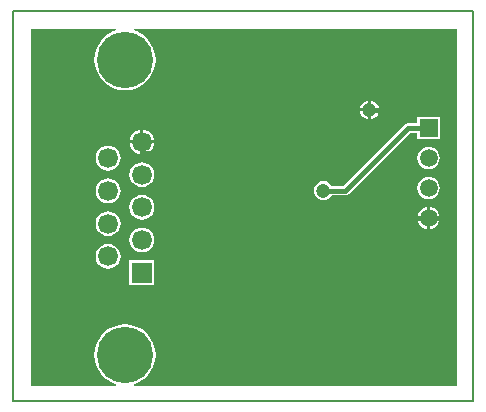
<source format=gbl>
%FSAX24Y24*%
%MOIN*%
G70*
G01*
G75*
G04 Layer_Physical_Order=2*
G04 Layer_Color=16711680*
%ADD10R,0.1181X0.0827*%
%ADD11R,0.0630X0.0315*%
%ADD12R,0.0433X0.0394*%
%ADD13R,0.0394X0.0433*%
%ADD14R,0.0118X0.0630*%
%ADD15C,0.0157*%
%ADD16C,0.0094*%
%ADD17C,0.0080*%
%ADD18C,0.0591*%
%ADD19R,0.0591X0.0591*%
%ADD20C,0.0665*%
%ADD21R,0.0665X0.0665*%
%ADD22C,0.1874*%
%ADD23C,0.0472*%
G36*
X071927Y085908D02*
X061162D01*
X061155Y085957D01*
X061257Y085988D01*
X061433Y086082D01*
X061588Y086209D01*
X061715Y086364D01*
X061809Y086541D01*
X061867Y086732D01*
X061887Y086931D01*
X061867Y087130D01*
X061809Y087322D01*
X061715Y087498D01*
X061588Y087653D01*
X061433Y087780D01*
X061257Y087874D01*
X061065Y087932D01*
X060866Y087952D01*
X060667Y087932D01*
X060476Y087874D01*
X060299Y087780D01*
X060144Y087653D01*
X060017Y087498D01*
X059923Y087322D01*
X059865Y087130D01*
X059845Y086931D01*
X059865Y086732D01*
X059923Y086541D01*
X060017Y086364D01*
X060144Y086209D01*
X060299Y086082D01*
X060476Y085988D01*
X060577Y085957D01*
X060570Y085908D01*
X057719D01*
Y097793D01*
X060570D01*
X060577Y097744D01*
X060476Y097713D01*
X060299Y097618D01*
X060144Y097491D01*
X060017Y097337D01*
X059923Y097160D01*
X059865Y096969D01*
X059845Y096770D01*
X059865Y096571D01*
X059923Y096379D01*
X060017Y096203D01*
X060144Y096048D01*
X060299Y095921D01*
X060476Y095827D01*
X060667Y095769D01*
X060866Y095749D01*
X061065Y095769D01*
X061257Y095827D01*
X061433Y095921D01*
X061588Y096048D01*
X061715Y096203D01*
X061809Y096379D01*
X061867Y096571D01*
X061887Y096770D01*
X061867Y096969D01*
X061809Y097160D01*
X061715Y097337D01*
X061588Y097491D01*
X061433Y097618D01*
X061257Y097713D01*
X061155Y097744D01*
X061162Y097793D01*
X071927D01*
Y085908D01*
D02*
G37*
%LPC*%
G36*
X070934Y091859D02*
X070887Y091853D01*
X070796Y091815D01*
X070718Y091755D01*
X070658Y091677D01*
X070620Y091586D01*
X070614Y091538D01*
X070934D01*
Y091859D01*
D02*
G37*
G36*
X061425Y092265D02*
X061318Y092251D01*
X061218Y092210D01*
X061132Y092144D01*
X061066Y092058D01*
X061024Y091958D01*
X061010Y091850D01*
X061024Y091743D01*
X061066Y091643D01*
X061132Y091557D01*
X061218Y091491D01*
X061318Y091450D01*
X061425Y091435D01*
X061533Y091450D01*
X061633Y091491D01*
X061719Y091557D01*
X061785Y091643D01*
X061826Y091743D01*
X061840Y091850D01*
X061826Y091958D01*
X061785Y092058D01*
X061719Y092144D01*
X061633Y092210D01*
X061533Y092251D01*
X061425Y092265D01*
D02*
G37*
G36*
X071034Y091859D02*
Y091538D01*
X071355D01*
X071349Y091586D01*
X071311Y091677D01*
X071251Y091755D01*
X071173Y091815D01*
X071082Y091853D01*
X071034Y091859D01*
D02*
G37*
G36*
X070984Y092865D02*
X070887Y092853D01*
X070796Y092815D01*
X070718Y092755D01*
X070658Y092677D01*
X070620Y092586D01*
X070607Y092488D01*
X070620Y092391D01*
X070658Y092300D01*
X070718Y092221D01*
X070796Y092161D01*
X070887Y092124D01*
X070984Y092111D01*
X071082Y092124D01*
X071173Y092161D01*
X071251Y092221D01*
X071311Y092300D01*
X071349Y092391D01*
X071361Y092488D01*
X071349Y092586D01*
X071311Y092677D01*
X071251Y092755D01*
X071173Y092815D01*
X071082Y092853D01*
X070984Y092865D01*
D02*
G37*
G36*
X060307Y092811D02*
X060200Y092796D01*
X060100Y092755D01*
X060014Y092689D01*
X059948Y092603D01*
X059906Y092503D01*
X059892Y092396D01*
X059906Y092288D01*
X059948Y092188D01*
X060014Y092102D01*
X060100Y092036D01*
X060200Y091995D01*
X060307Y091981D01*
X060414Y091995D01*
X060515Y092036D01*
X060601Y092102D01*
X060666Y092188D01*
X060708Y092288D01*
X060722Y092396D01*
X060708Y092503D01*
X060666Y092603D01*
X060601Y092689D01*
X060515Y092755D01*
X060414Y092796D01*
X060307Y092811D01*
D02*
G37*
G36*
X071355Y091438D02*
X071034D01*
Y091118D01*
X071082Y091124D01*
X071173Y091161D01*
X071251Y091221D01*
X071311Y091300D01*
X071349Y091391D01*
X071355Y091438D01*
D02*
G37*
G36*
X060307Y090630D02*
X060200Y090615D01*
X060100Y090574D01*
X060014Y090508D01*
X059948Y090422D01*
X059906Y090322D01*
X059892Y090215D01*
X059906Y090107D01*
X059948Y090007D01*
X060014Y089921D01*
X060100Y089855D01*
X060200Y089814D01*
X060307Y089800D01*
X060414Y089814D01*
X060515Y089855D01*
X060601Y089921D01*
X060666Y090007D01*
X060708Y090107D01*
X060722Y090215D01*
X060708Y090322D01*
X060666Y090422D01*
X060601Y090508D01*
X060515Y090574D01*
X060414Y090615D01*
X060307Y090630D01*
D02*
G37*
G36*
X061837Y090081D02*
X061014D01*
Y089258D01*
X061837D01*
Y090081D01*
D02*
G37*
G36*
X061425Y091175D02*
X061318Y091161D01*
X061218Y091119D01*
X061132Y091053D01*
X061066Y090967D01*
X061024Y090867D01*
X061010Y090760D01*
X061024Y090652D01*
X061066Y090552D01*
X061132Y090466D01*
X061218Y090400D01*
X061318Y090359D01*
X061425Y090345D01*
X061533Y090359D01*
X061633Y090400D01*
X061719Y090466D01*
X061785Y090552D01*
X061826Y090652D01*
X061840Y090760D01*
X061826Y090867D01*
X061785Y090967D01*
X061719Y091053D01*
X061633Y091119D01*
X061533Y091161D01*
X061425Y091175D01*
D02*
G37*
G36*
X070934Y091438D02*
X070614D01*
X070620Y091391D01*
X070658Y091300D01*
X070718Y091221D01*
X070796Y091161D01*
X070887Y091124D01*
X070934Y091118D01*
Y091438D01*
D02*
G37*
G36*
X060307Y091720D02*
X060200Y091706D01*
X060100Y091664D01*
X060014Y091599D01*
X059948Y091513D01*
X059906Y091413D01*
X059892Y091305D01*
X059906Y091198D01*
X059948Y091098D01*
X060014Y091012D01*
X060100Y090946D01*
X060200Y090904D01*
X060307Y090890D01*
X060414Y090904D01*
X060515Y090946D01*
X060601Y091012D01*
X060666Y091098D01*
X060708Y091198D01*
X060722Y091305D01*
X060708Y091413D01*
X060666Y091513D01*
X060601Y091599D01*
X060515Y091664D01*
X060414Y091706D01*
X060307Y091720D01*
D02*
G37*
G36*
X061425Y093356D02*
X061318Y093342D01*
X061218Y093300D01*
X061132Y093234D01*
X061066Y093148D01*
X061024Y093048D01*
X061010Y092941D01*
X061024Y092834D01*
X061066Y092733D01*
X061132Y092648D01*
X061218Y092582D01*
X061318Y092540D01*
X061425Y092526D01*
X061533Y092540D01*
X061633Y092582D01*
X061719Y092648D01*
X061785Y092733D01*
X061826Y092834D01*
X061840Y092941D01*
X061826Y093048D01*
X061785Y093148D01*
X061719Y093234D01*
X061633Y093300D01*
X061533Y093342D01*
X061425Y093356D01*
D02*
G37*
G36*
X068966Y095050D02*
X068705D01*
X068709Y095018D01*
X068741Y094941D01*
X068791Y094875D01*
X068857Y094825D01*
X068934Y094793D01*
X068966Y094789D01*
Y095050D01*
D02*
G37*
G36*
X071358Y094862D02*
X070610D01*
Y094649D01*
X070288D01*
X070227Y094637D01*
X070175Y094602D01*
X070175Y094602D01*
X068143Y092571D01*
X067754D01*
X067705Y092635D01*
X067639Y092685D01*
X067562Y092717D01*
X067480Y092728D01*
X067398Y092717D01*
X067321Y092685D01*
X067255Y092635D01*
X067205Y092569D01*
X067173Y092492D01*
X067162Y092410D01*
X067173Y092328D01*
X067205Y092251D01*
X067255Y092185D01*
X067321Y092135D01*
X067398Y092103D01*
X067480Y092092D01*
X067562Y092103D01*
X067639Y092135D01*
X067705Y092185D01*
X067754Y092249D01*
X068210D01*
X068210Y092249D01*
X068261Y092260D01*
X068271Y092262D01*
X068324Y092296D01*
X068324Y092296D01*
X068324Y092296D01*
X070355Y094328D01*
X070610D01*
Y094114D01*
X071358D01*
Y094862D01*
D02*
G37*
G36*
X069327Y095050D02*
X069066D01*
Y094789D01*
X069098Y094793D01*
X069175Y094825D01*
X069240Y094875D01*
X069291Y094941D01*
X069323Y095018D01*
X069327Y095050D01*
D02*
G37*
G36*
X069066Y095411D02*
Y095150D01*
X069327D01*
X069323Y095182D01*
X069291Y095259D01*
X069240Y095325D01*
X069175Y095375D01*
X069098Y095407D01*
X069066Y095411D01*
D02*
G37*
G36*
X068966D02*
X068934Y095407D01*
X068857Y095375D01*
X068791Y095325D01*
X068741Y095259D01*
X068709Y095182D01*
X068705Y095150D01*
X068966D01*
Y095411D01*
D02*
G37*
G36*
X061475Y094440D02*
Y094081D01*
X061834D01*
X061826Y094139D01*
X061785Y094239D01*
X061719Y094325D01*
X061633Y094391D01*
X061533Y094432D01*
X061475Y094440D01*
D02*
G37*
G36*
X070984Y093865D02*
X070887Y093853D01*
X070796Y093815D01*
X070718Y093755D01*
X070658Y093677D01*
X070620Y093586D01*
X070607Y093488D01*
X070620Y093391D01*
X070658Y093300D01*
X070718Y093221D01*
X070796Y093161D01*
X070887Y093124D01*
X070984Y093111D01*
X071082Y093124D01*
X071173Y093161D01*
X071251Y093221D01*
X071311Y093300D01*
X071349Y093391D01*
X071361Y093488D01*
X071349Y093586D01*
X071311Y093677D01*
X071251Y093755D01*
X071173Y093815D01*
X071082Y093853D01*
X070984Y093865D01*
D02*
G37*
G36*
X060307Y093901D02*
X060200Y093887D01*
X060100Y093846D01*
X060014Y093780D01*
X059948Y093694D01*
X059906Y093594D01*
X059892Y093486D01*
X059906Y093379D01*
X059948Y093279D01*
X060014Y093193D01*
X060100Y093127D01*
X060200Y093085D01*
X060307Y093071D01*
X060414Y093085D01*
X060515Y093127D01*
X060601Y093193D01*
X060666Y093279D01*
X060708Y093379D01*
X060722Y093486D01*
X060708Y093594D01*
X060666Y093694D01*
X060601Y093780D01*
X060515Y093846D01*
X060414Y093887D01*
X060307Y093901D01*
D02*
G37*
G36*
X061375Y093982D02*
X061017D01*
X061024Y093924D01*
X061066Y093824D01*
X061132Y093738D01*
X061218Y093672D01*
X061318Y093631D01*
X061375Y093623D01*
Y093982D01*
D02*
G37*
G36*
Y094440D02*
X061318Y094432D01*
X061218Y094391D01*
X061132Y094325D01*
X061066Y094239D01*
X061024Y094139D01*
X061017Y094081D01*
X061375D01*
Y094440D01*
D02*
G37*
G36*
X061834Y093982D02*
X061475D01*
Y093623D01*
X061533Y093631D01*
X061633Y093672D01*
X061719Y093738D01*
X061785Y093824D01*
X061826Y093924D01*
X061834Y093982D01*
D02*
G37*
%LPD*%
D15*
X061425Y093660D02*
X062080D01*
X067480Y092410D02*
X068210D01*
X070288Y094488D01*
X070984D01*
Y091488D02*
X071360D01*
X071440Y091568D01*
Y094880D01*
X071220Y095100D02*
X071440Y094880D01*
X069016Y095100D02*
X071220D01*
X061425Y093660D02*
Y094031D01*
X062080Y093660D02*
X064252Y091488D01*
X070984D01*
D17*
X057126Y085394D02*
Y098386D01*
X072480Y085394D02*
Y098386D01*
X057126D02*
X072480D01*
X057126Y085394D02*
X072480D01*
D18*
X070984Y091488D02*
D03*
Y092488D02*
D03*
Y093488D02*
D03*
D19*
Y094488D02*
D03*
D20*
X061425Y094031D02*
D03*
X060307Y093486D02*
D03*
X061425Y092941D02*
D03*
X060307Y092396D02*
D03*
X061425Y091850D02*
D03*
X060307Y091305D02*
D03*
X061425Y090760D02*
D03*
X060307Y090215D02*
D03*
D21*
X061425Y089669D02*
D03*
D22*
X060866Y086931D02*
D03*
Y096770D02*
D03*
D23*
X067480Y092410D02*
D03*
X069016Y095100D02*
D03*
M02*

</source>
